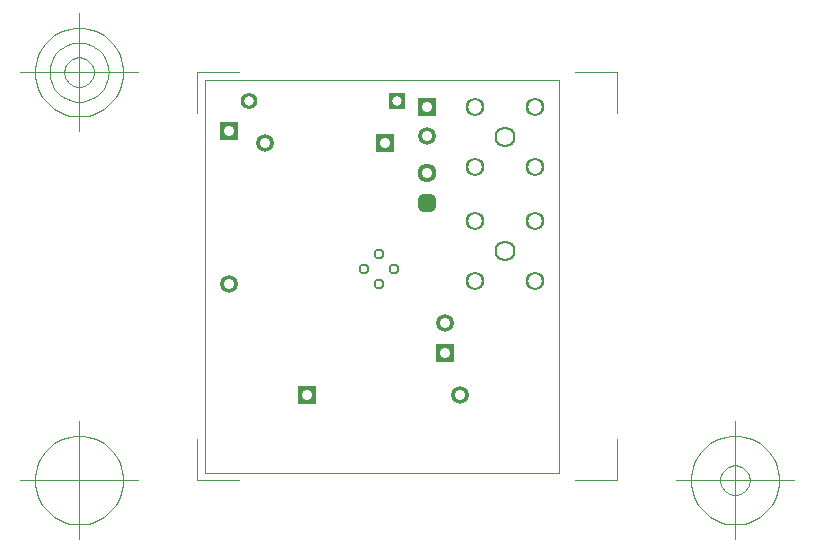
<source format=gbr>
G04 Generated by Ultiboard 10.0 *
%FSLAX25Y25*%
%MOIN*%

%ADD22C,0.00394*%
%ADD23C,0.00004*%
%ADD44C,0.06224X0.04724*%
%ADD45C,0.07012X0.05512*%
%ADD36C,0.05906X0.03543*%
%ADD37R,0.05906X0.05906X0.03543*%
%ADD35R,0.05512X0.05512X0.03150*%
%ADD34C,0.05512X0.03150*%
%ADD46C,0.03762X0.02362*%
%ADD38R,0.02083X0.02083X0.03917*%
%ADD18C,0.03917*%
%ADD29C,0.06334X0.03500*%


G04 ColorRGB FF00CC for the following layer *
%LNL_uc100f6tzinnmaske Oberseite*%
%LPD*%
%FSLAX25Y25*%
%MOIN*%
G54D22*
X-2500Y-2500D02*
X-2500Y11100D01*
X-2500Y-2500D02*
X11490Y-2500D01*
X137400Y-2500D02*
X123410Y-2500D01*
X137400Y-2500D02*
X137400Y11100D01*
X137400Y133500D02*
X137400Y119900D01*
X137400Y133500D02*
X123410Y133500D01*
X-2500Y133500D02*
X11490Y133500D01*
X-2500Y133500D02*
X-2500Y119900D01*
X-22185Y-2500D02*
X-61555Y-2500D01*
X-41870Y-22185D02*
X-41870Y17185D01*
X-27106Y-2500D02*
X-27177Y-1053D01*
X-27177Y-1053D02*
X-27390Y380D01*
X-27390Y380D02*
X-27742Y1786D01*
X-27742Y1786D02*
X-28230Y3150D01*
X-28230Y3150D02*
X-28850Y4460D01*
X-28850Y4460D02*
X-29594Y5702D01*
X-29594Y5702D02*
X-30458Y6866D01*
X-30458Y6866D02*
X-31431Y7940D01*
X-31431Y7940D02*
X-32504Y8913D01*
X-32504Y8913D02*
X-33668Y9776D01*
X-33668Y9776D02*
X-34910Y10520D01*
X-34910Y10520D02*
X-36220Y11140D01*
X-36220Y11140D02*
X-37584Y11628D01*
X-37584Y11628D02*
X-38990Y11980D01*
X-38990Y11980D02*
X-40423Y12193D01*
X-40423Y12193D02*
X-41870Y12264D01*
X-41870Y12264D02*
X-43317Y12193D01*
X-43317Y12193D02*
X-44750Y11980D01*
X-44750Y11980D02*
X-46156Y11628D01*
X-46156Y11628D02*
X-47520Y11140D01*
X-47520Y11140D02*
X-48830Y10520D01*
X-48830Y10520D02*
X-50072Y9776D01*
X-50072Y9776D02*
X-51236Y8913D01*
X-51236Y8913D02*
X-52310Y7940D01*
X-52310Y7940D02*
X-53283Y6866D01*
X-53283Y6866D02*
X-54146Y5702D01*
X-54146Y5702D02*
X-54891Y4460D01*
X-54891Y4460D02*
X-55510Y3150D01*
X-55510Y3150D02*
X-55998Y1786D01*
X-55998Y1786D02*
X-56350Y380D01*
X-56350Y380D02*
X-56563Y-1053D01*
X-56563Y-1053D02*
X-56634Y-2500D01*
X-56634Y-2500D02*
X-56563Y-3947D01*
X-56563Y-3947D02*
X-56350Y-5380D01*
X-56350Y-5380D02*
X-55998Y-6786D01*
X-55998Y-6786D02*
X-55510Y-8150D01*
X-55510Y-8150D02*
X-54891Y-9460D01*
X-54891Y-9460D02*
X-54146Y-10702D01*
X-54146Y-10702D02*
X-53283Y-11866D01*
X-53283Y-11866D02*
X-52310Y-12940D01*
X-52310Y-12940D02*
X-51236Y-13913D01*
X-51236Y-13913D02*
X-50072Y-14776D01*
X-50072Y-14776D02*
X-48830Y-15520D01*
X-48830Y-15520D02*
X-47520Y-16140D01*
X-47520Y-16140D02*
X-46156Y-16628D01*
X-46156Y-16628D02*
X-44750Y-16980D01*
X-44750Y-16980D02*
X-43317Y-17193D01*
X-43317Y-17193D02*
X-41870Y-17264D01*
X-41870Y-17264D02*
X-40423Y-17193D01*
X-40423Y-17193D02*
X-38990Y-16980D01*
X-38990Y-16980D02*
X-37584Y-16628D01*
X-37584Y-16628D02*
X-36220Y-16140D01*
X-36220Y-16140D02*
X-34910Y-15520D01*
X-34910Y-15520D02*
X-33668Y-14776D01*
X-33668Y-14776D02*
X-32504Y-13913D01*
X-32504Y-13913D02*
X-31431Y-12940D01*
X-31431Y-12940D02*
X-30458Y-11866D01*
X-30458Y-11866D02*
X-29594Y-10702D01*
X-29594Y-10702D02*
X-28850Y-9460D01*
X-28850Y-9460D02*
X-28230Y-8150D01*
X-28230Y-8150D02*
X-27742Y-6786D01*
X-27742Y-6786D02*
X-27390Y-5380D01*
X-27390Y-5380D02*
X-27177Y-3947D01*
X-27177Y-3947D02*
X-27106Y-2500D01*
X157085Y-2500D02*
X196455Y-2500D01*
X176770Y-22185D02*
X176770Y17185D01*
X191534Y-2500D02*
X191463Y-1053D01*
X191463Y-1053D02*
X191250Y380D01*
X191250Y380D02*
X190898Y1786D01*
X190898Y1786D02*
X190410Y3150D01*
X190410Y3150D02*
X189791Y4460D01*
X189791Y4460D02*
X189046Y5702D01*
X189046Y5702D02*
X188183Y6866D01*
X188183Y6866D02*
X187210Y7940D01*
X187210Y7940D02*
X186136Y8913D01*
X186136Y8913D02*
X184972Y9776D01*
X184972Y9776D02*
X183730Y10520D01*
X183730Y10520D02*
X182420Y11140D01*
X182420Y11140D02*
X181056Y11628D01*
X181056Y11628D02*
X179650Y11980D01*
X179650Y11980D02*
X178217Y12193D01*
X178217Y12193D02*
X176770Y12264D01*
X176770Y12264D02*
X175323Y12193D01*
X175323Y12193D02*
X173890Y11980D01*
X173890Y11980D02*
X172484Y11628D01*
X172484Y11628D02*
X171120Y11140D01*
X171120Y11140D02*
X169810Y10520D01*
X169810Y10520D02*
X168568Y9776D01*
X168568Y9776D02*
X167404Y8913D01*
X167404Y8913D02*
X166331Y7940D01*
X166331Y7940D02*
X165358Y6866D01*
X165358Y6866D02*
X164494Y5702D01*
X164494Y5702D02*
X163750Y4460D01*
X163750Y4460D02*
X163130Y3150D01*
X163130Y3150D02*
X162642Y1786D01*
X162642Y1786D02*
X162290Y380D01*
X162290Y380D02*
X162077Y-1053D01*
X162077Y-1053D02*
X162006Y-2500D01*
X162006Y-2500D02*
X162077Y-3947D01*
X162077Y-3947D02*
X162290Y-5380D01*
X162290Y-5380D02*
X162642Y-6786D01*
X162642Y-6786D02*
X163130Y-8150D01*
X163130Y-8150D02*
X163750Y-9460D01*
X163750Y-9460D02*
X164494Y-10702D01*
X164494Y-10702D02*
X165358Y-11866D01*
X165358Y-11866D02*
X166331Y-12940D01*
X166331Y-12940D02*
X167404Y-13913D01*
X167404Y-13913D02*
X168568Y-14776D01*
X168568Y-14776D02*
X169810Y-15520D01*
X169810Y-15520D02*
X171120Y-16140D01*
X171120Y-16140D02*
X172484Y-16628D01*
X172484Y-16628D02*
X173890Y-16980D01*
X173890Y-16980D02*
X175323Y-17193D01*
X175323Y-17193D02*
X176770Y-17264D01*
X176770Y-17264D02*
X178217Y-17193D01*
X178217Y-17193D02*
X179650Y-16980D01*
X179650Y-16980D02*
X181056Y-16628D01*
X181056Y-16628D02*
X182420Y-16140D01*
X182420Y-16140D02*
X183730Y-15520D01*
X183730Y-15520D02*
X184972Y-14776D01*
X184972Y-14776D02*
X186136Y-13913D01*
X186136Y-13913D02*
X187210Y-12940D01*
X187210Y-12940D02*
X188183Y-11866D01*
X188183Y-11866D02*
X189046Y-10702D01*
X189046Y-10702D02*
X189791Y-9460D01*
X189791Y-9460D02*
X190410Y-8150D01*
X190410Y-8150D02*
X190898Y-6786D01*
X190898Y-6786D02*
X191250Y-5380D01*
X191250Y-5380D02*
X191463Y-3947D01*
X191463Y-3947D02*
X191534Y-2500D01*
X181691Y-2500D02*
X181668Y-2018D01*
X181668Y-2018D02*
X181597Y-1540D01*
X181597Y-1540D02*
X181479Y-1071D01*
X181479Y-1071D02*
X181317Y-617D01*
X181317Y-617D02*
X181110Y-180D01*
X181110Y-180D02*
X180862Y234D01*
X180862Y234D02*
X180574Y622D01*
X180574Y622D02*
X180250Y980D01*
X180250Y980D02*
X179892Y1304D01*
X179892Y1304D02*
X179504Y1592D01*
X179504Y1592D02*
X179090Y1840D01*
X179090Y1840D02*
X178653Y2047D01*
X178653Y2047D02*
X178199Y2209D01*
X178199Y2209D02*
X177730Y2327D01*
X177730Y2327D02*
X177252Y2398D01*
X177252Y2398D02*
X176770Y2421D01*
X176770Y2421D02*
X176288Y2398D01*
X176288Y2398D02*
X175810Y2327D01*
X175810Y2327D02*
X175342Y2209D01*
X175342Y2209D02*
X174887Y2047D01*
X174887Y2047D02*
X174450Y1840D01*
X174450Y1840D02*
X174036Y1592D01*
X174036Y1592D02*
X173648Y1304D01*
X173648Y1304D02*
X173290Y980D01*
X173290Y980D02*
X172966Y622D01*
X172966Y622D02*
X172678Y234D01*
X172678Y234D02*
X172430Y-180D01*
X172430Y-180D02*
X172223Y-617D01*
X172223Y-617D02*
X172061Y-1071D01*
X172061Y-1071D02*
X171943Y-1540D01*
X171943Y-1540D02*
X171873Y-2018D01*
X171873Y-2018D02*
X171849Y-2500D01*
X171849Y-2500D02*
X171873Y-2982D01*
X171873Y-2982D02*
X171943Y-3460D01*
X171943Y-3460D02*
X172061Y-3929D01*
X172061Y-3929D02*
X172223Y-4383D01*
X172223Y-4383D02*
X172430Y-4820D01*
X172430Y-4820D02*
X172678Y-5234D01*
X172678Y-5234D02*
X172966Y-5622D01*
X172966Y-5622D02*
X173290Y-5980D01*
X173290Y-5980D02*
X173648Y-6304D01*
X173648Y-6304D02*
X174036Y-6592D01*
X174036Y-6592D02*
X174450Y-6840D01*
X174450Y-6840D02*
X174887Y-7047D01*
X174887Y-7047D02*
X175342Y-7209D01*
X175342Y-7209D02*
X175810Y-7327D01*
X175810Y-7327D02*
X176288Y-7398D01*
X176288Y-7398D02*
X176770Y-7421D01*
X176770Y-7421D02*
X177252Y-7398D01*
X177252Y-7398D02*
X177730Y-7327D01*
X177730Y-7327D02*
X178199Y-7209D01*
X178199Y-7209D02*
X178653Y-7047D01*
X178653Y-7047D02*
X179090Y-6840D01*
X179090Y-6840D02*
X179504Y-6592D01*
X179504Y-6592D02*
X179892Y-6304D01*
X179892Y-6304D02*
X180250Y-5980D01*
X180250Y-5980D02*
X180574Y-5622D01*
X180574Y-5622D02*
X180862Y-5234D01*
X180862Y-5234D02*
X181110Y-4820D01*
X181110Y-4820D02*
X181317Y-4383D01*
X181317Y-4383D02*
X181479Y-3929D01*
X181479Y-3929D02*
X181597Y-3460D01*
X181597Y-3460D02*
X181668Y-2982D01*
X181668Y-2982D02*
X181691Y-2500D01*
X-22185Y133500D02*
X-61555Y133500D01*
X-41870Y113815D02*
X-41870Y153185D01*
X-27106Y133500D02*
X-27177Y134947D01*
X-27177Y134947D02*
X-27390Y136380D01*
X-27390Y136380D02*
X-27742Y137786D01*
X-27742Y137786D02*
X-28230Y139150D01*
X-28230Y139150D02*
X-28850Y140460D01*
X-28850Y140460D02*
X-29594Y141702D01*
X-29594Y141702D02*
X-30458Y142866D01*
X-30458Y142866D02*
X-31431Y143940D01*
X-31431Y143940D02*
X-32504Y144913D01*
X-32504Y144913D02*
X-33668Y145776D01*
X-33668Y145776D02*
X-34910Y146520D01*
X-34910Y146520D02*
X-36220Y147140D01*
X-36220Y147140D02*
X-37584Y147628D01*
X-37584Y147628D02*
X-38990Y147980D01*
X-38990Y147980D02*
X-40423Y148193D01*
X-40423Y148193D02*
X-41870Y148264D01*
X-41870Y148264D02*
X-43317Y148193D01*
X-43317Y148193D02*
X-44750Y147980D01*
X-44750Y147980D02*
X-46156Y147628D01*
X-46156Y147628D02*
X-47520Y147140D01*
X-47520Y147140D02*
X-48830Y146520D01*
X-48830Y146520D02*
X-50072Y145776D01*
X-50072Y145776D02*
X-51236Y144913D01*
X-51236Y144913D02*
X-52310Y143940D01*
X-52310Y143940D02*
X-53283Y142866D01*
X-53283Y142866D02*
X-54146Y141702D01*
X-54146Y141702D02*
X-54891Y140460D01*
X-54891Y140460D02*
X-55510Y139150D01*
X-55510Y139150D02*
X-55998Y137786D01*
X-55998Y137786D02*
X-56350Y136380D01*
X-56350Y136380D02*
X-56563Y134947D01*
X-56563Y134947D02*
X-56634Y133500D01*
X-56634Y133500D02*
X-56563Y132053D01*
X-56563Y132053D02*
X-56350Y130620D01*
X-56350Y130620D02*
X-55998Y129214D01*
X-55998Y129214D02*
X-55510Y127850D01*
X-55510Y127850D02*
X-54891Y126540D01*
X-54891Y126540D02*
X-54146Y125298D01*
X-54146Y125298D02*
X-53283Y124134D01*
X-53283Y124134D02*
X-52310Y123060D01*
X-52310Y123060D02*
X-51236Y122087D01*
X-51236Y122087D02*
X-50072Y121224D01*
X-50072Y121224D02*
X-48830Y120480D01*
X-48830Y120480D02*
X-47520Y119860D01*
X-47520Y119860D02*
X-46156Y119372D01*
X-46156Y119372D02*
X-44750Y119020D01*
X-44750Y119020D02*
X-43317Y118807D01*
X-43317Y118807D02*
X-41870Y118736D01*
X-41870Y118736D02*
X-40423Y118807D01*
X-40423Y118807D02*
X-38990Y119020D01*
X-38990Y119020D02*
X-37584Y119372D01*
X-37584Y119372D02*
X-36220Y119860D01*
X-36220Y119860D02*
X-34910Y120480D01*
X-34910Y120480D02*
X-33668Y121224D01*
X-33668Y121224D02*
X-32504Y122087D01*
X-32504Y122087D02*
X-31431Y123060D01*
X-31431Y123060D02*
X-30458Y124134D01*
X-30458Y124134D02*
X-29594Y125298D01*
X-29594Y125298D02*
X-28850Y126540D01*
X-28850Y126540D02*
X-28230Y127850D01*
X-28230Y127850D02*
X-27742Y129214D01*
X-27742Y129214D02*
X-27390Y130620D01*
X-27390Y130620D02*
X-27177Y132053D01*
X-27177Y132053D02*
X-27106Y133500D01*
X-32028Y133500D02*
X-32075Y134465D01*
X-32075Y134465D02*
X-32217Y135420D01*
X-32217Y135420D02*
X-32451Y136357D01*
X-32451Y136357D02*
X-32777Y137267D01*
X-32777Y137267D02*
X-33190Y138140D01*
X-33190Y138140D02*
X-33686Y138968D01*
X-33686Y138968D02*
X-34262Y139744D01*
X-34262Y139744D02*
X-34910Y140460D01*
X-34910Y140460D02*
X-35626Y141108D01*
X-35626Y141108D02*
X-36402Y141684D01*
X-36402Y141684D02*
X-37230Y142180D01*
X-37230Y142180D02*
X-38104Y142593D01*
X-38104Y142593D02*
X-39013Y142919D01*
X-39013Y142919D02*
X-39950Y143153D01*
X-39950Y143153D02*
X-40905Y143295D01*
X-40905Y143295D02*
X-41870Y143343D01*
X-41870Y143343D02*
X-42835Y143295D01*
X-42835Y143295D02*
X-43790Y143153D01*
X-43790Y143153D02*
X-44727Y142919D01*
X-44727Y142919D02*
X-45637Y142593D01*
X-45637Y142593D02*
X-46510Y142180D01*
X-46510Y142180D02*
X-47338Y141684D01*
X-47338Y141684D02*
X-48114Y141108D01*
X-48114Y141108D02*
X-48830Y140460D01*
X-48830Y140460D02*
X-49478Y139744D01*
X-49478Y139744D02*
X-50054Y138968D01*
X-50054Y138968D02*
X-50550Y138140D01*
X-50550Y138140D02*
X-50963Y137267D01*
X-50963Y137267D02*
X-51289Y136357D01*
X-51289Y136357D02*
X-51523Y135420D01*
X-51523Y135420D02*
X-51665Y134465D01*
X-51665Y134465D02*
X-51713Y133500D01*
X-51713Y133500D02*
X-51665Y132535D01*
X-51665Y132535D02*
X-51523Y131580D01*
X-51523Y131580D02*
X-51289Y130643D01*
X-51289Y130643D02*
X-50963Y129733D01*
X-50963Y129733D02*
X-50550Y128860D01*
X-50550Y128860D02*
X-50054Y128032D01*
X-50054Y128032D02*
X-49478Y127256D01*
X-49478Y127256D02*
X-48830Y126540D01*
X-48830Y126540D02*
X-48114Y125892D01*
X-48114Y125892D02*
X-47338Y125316D01*
X-47338Y125316D02*
X-46510Y124820D01*
X-46510Y124820D02*
X-45637Y124407D01*
X-45637Y124407D02*
X-44727Y124081D01*
X-44727Y124081D02*
X-43790Y123847D01*
X-43790Y123847D02*
X-42835Y123705D01*
X-42835Y123705D02*
X-41870Y123657D01*
X-41870Y123657D02*
X-40905Y123705D01*
X-40905Y123705D02*
X-39950Y123847D01*
X-39950Y123847D02*
X-39013Y124081D01*
X-39013Y124081D02*
X-38104Y124407D01*
X-38104Y124407D02*
X-37230Y124820D01*
X-37230Y124820D02*
X-36402Y125316D01*
X-36402Y125316D02*
X-35626Y125892D01*
X-35626Y125892D02*
X-34910Y126540D01*
X-34910Y126540D02*
X-34262Y127256D01*
X-34262Y127256D02*
X-33686Y128032D01*
X-33686Y128032D02*
X-33190Y128860D01*
X-33190Y128860D02*
X-32777Y129733D01*
X-32777Y129733D02*
X-32451Y130643D01*
X-32451Y130643D02*
X-32217Y131580D01*
X-32217Y131580D02*
X-32075Y132535D01*
X-32075Y132535D02*
X-32028Y133500D01*
X-36949Y133500D02*
X-36973Y133982D01*
X-36973Y133982D02*
X-37043Y134460D01*
X-37043Y134460D02*
X-37161Y134929D01*
X-37161Y134929D02*
X-37323Y135383D01*
X-37323Y135383D02*
X-37530Y135820D01*
X-37530Y135820D02*
X-37778Y136234D01*
X-37778Y136234D02*
X-38066Y136622D01*
X-38066Y136622D02*
X-38390Y136980D01*
X-38390Y136980D02*
X-38748Y137304D01*
X-38748Y137304D02*
X-39136Y137592D01*
X-39136Y137592D02*
X-39550Y137840D01*
X-39550Y137840D02*
X-39987Y138047D01*
X-39987Y138047D02*
X-40442Y138209D01*
X-40442Y138209D02*
X-40910Y138327D01*
X-40910Y138327D02*
X-41388Y138398D01*
X-41388Y138398D02*
X-41870Y138421D01*
X-41870Y138421D02*
X-42352Y138398D01*
X-42352Y138398D02*
X-42830Y138327D01*
X-42830Y138327D02*
X-43299Y138209D01*
X-43299Y138209D02*
X-43753Y138047D01*
X-43753Y138047D02*
X-44190Y137840D01*
X-44190Y137840D02*
X-44604Y137592D01*
X-44604Y137592D02*
X-44992Y137304D01*
X-44992Y137304D02*
X-45350Y136980D01*
X-45350Y136980D02*
X-45674Y136622D01*
X-45674Y136622D02*
X-45962Y136234D01*
X-45962Y136234D02*
X-46210Y135820D01*
X-46210Y135820D02*
X-46417Y135383D01*
X-46417Y135383D02*
X-46579Y134929D01*
X-46579Y134929D02*
X-46697Y134460D01*
X-46697Y134460D02*
X-46768Y133982D01*
X-46768Y133982D02*
X-46791Y133500D01*
X-46791Y133500D02*
X-46768Y133018D01*
X-46768Y133018D02*
X-46697Y132540D01*
X-46697Y132540D02*
X-46579Y132071D01*
X-46579Y132071D02*
X-46417Y131617D01*
X-46417Y131617D02*
X-46210Y131180D01*
X-46210Y131180D02*
X-45962Y130766D01*
X-45962Y130766D02*
X-45674Y130378D01*
X-45674Y130378D02*
X-45350Y130020D01*
X-45350Y130020D02*
X-44992Y129696D01*
X-44992Y129696D02*
X-44604Y129408D01*
X-44604Y129408D02*
X-44190Y129160D01*
X-44190Y129160D02*
X-43753Y128953D01*
X-43753Y128953D02*
X-43299Y128791D01*
X-43299Y128791D02*
X-42830Y128673D01*
X-42830Y128673D02*
X-42352Y128602D01*
X-42352Y128602D02*
X-41870Y128579D01*
X-41870Y128579D02*
X-41388Y128602D01*
X-41388Y128602D02*
X-40910Y128673D01*
X-40910Y128673D02*
X-40442Y128791D01*
X-40442Y128791D02*
X-39987Y128953D01*
X-39987Y128953D02*
X-39550Y129160D01*
X-39550Y129160D02*
X-39136Y129408D01*
X-39136Y129408D02*
X-38748Y129696D01*
X-38748Y129696D02*
X-38390Y130020D01*
X-38390Y130020D02*
X-38066Y130378D01*
X-38066Y130378D02*
X-37778Y130766D01*
X-37778Y130766D02*
X-37530Y131180D01*
X-37530Y131180D02*
X-37323Y131617D01*
X-37323Y131617D02*
X-37161Y132071D01*
X-37161Y132071D02*
X-37043Y132540D01*
X-37043Y132540D02*
X-36973Y133018D01*
X-36973Y133018D02*
X-36949Y133500D01*
X-2500Y-2500D02*
X-2500Y11100D01*
X-2500Y-2500D02*
X11490Y-2500D01*
X137400Y-2500D02*
X123410Y-2500D01*
X137400Y-2500D02*
X137400Y11100D01*
X137400Y133500D02*
X137400Y119900D01*
X137400Y133500D02*
X123410Y133500D01*
X-2500Y133500D02*
X11490Y133500D01*
X-2500Y133500D02*
X-2500Y119900D01*
X-22185Y-2500D02*
X-61555Y-2500D01*
X-41870Y-22185D02*
X-41870Y17185D01*
X-27106Y-2500D02*
X-27177Y-1053D01*
X-27177Y-1053D02*
X-27390Y380D01*
X-27390Y380D02*
X-27742Y1786D01*
X-27742Y1786D02*
X-28230Y3150D01*
X-28230Y3150D02*
X-28850Y4460D01*
X-28850Y4460D02*
X-29594Y5702D01*
X-29594Y5702D02*
X-30458Y6866D01*
X-30458Y6866D02*
X-31431Y7940D01*
X-31431Y7940D02*
X-32504Y8913D01*
X-32504Y8913D02*
X-33668Y9776D01*
X-33668Y9776D02*
X-34910Y10520D01*
X-34910Y10520D02*
X-36220Y11140D01*
X-36220Y11140D02*
X-37584Y11628D01*
X-37584Y11628D02*
X-38990Y11980D01*
X-38990Y11980D02*
X-40423Y12193D01*
X-40423Y12193D02*
X-41870Y12264D01*
X-41870Y12264D02*
X-43317Y12193D01*
X-43317Y12193D02*
X-44750Y11980D01*
X-44750Y11980D02*
X-46156Y11628D01*
X-46156Y11628D02*
X-47520Y11140D01*
X-47520Y11140D02*
X-48830Y10520D01*
X-48830Y10520D02*
X-50072Y9776D01*
X-50072Y9776D02*
X-51236Y8913D01*
X-51236Y8913D02*
X-52310Y7940D01*
X-52310Y7940D02*
X-53283Y6866D01*
X-53283Y6866D02*
X-54146Y5702D01*
X-54146Y5702D02*
X-54891Y4460D01*
X-54891Y4460D02*
X-55510Y3150D01*
X-55510Y3150D02*
X-55998Y1786D01*
X-55998Y1786D02*
X-56350Y380D01*
X-56350Y380D02*
X-56563Y-1053D01*
X-56563Y-1053D02*
X-56634Y-2500D01*
X-56634Y-2500D02*
X-56563Y-3947D01*
X-56563Y-3947D02*
X-56350Y-5380D01*
X-56350Y-5380D02*
X-55998Y-6786D01*
X-55998Y-6786D02*
X-55510Y-8150D01*
X-55510Y-8150D02*
X-54891Y-9460D01*
X-54891Y-9460D02*
X-54146Y-10702D01*
X-54146Y-10702D02*
X-53283Y-11866D01*
X-53283Y-11866D02*
X-52310Y-12940D01*
X-52310Y-12940D02*
X-51236Y-13913D01*
X-51236Y-13913D02*
X-50072Y-14776D01*
X-50072Y-14776D02*
X-48830Y-15520D01*
X-48830Y-15520D02*
X-47520Y-16140D01*
X-47520Y-16140D02*
X-46156Y-16628D01*
X-46156Y-16628D02*
X-44750Y-16980D01*
X-44750Y-16980D02*
X-43317Y-17193D01*
X-43317Y-17193D02*
X-41870Y-17264D01*
X-41870Y-17264D02*
X-40423Y-17193D01*
X-40423Y-17193D02*
X-38990Y-16980D01*
X-38990Y-16980D02*
X-37584Y-16628D01*
X-37584Y-16628D02*
X-36220Y-16140D01*
X-36220Y-16140D02*
X-34910Y-15520D01*
X-34910Y-15520D02*
X-33668Y-14776D01*
X-33668Y-14776D02*
X-32504Y-13913D01*
X-32504Y-13913D02*
X-31431Y-12940D01*
X-31431Y-12940D02*
X-30458Y-11866D01*
X-30458Y-11866D02*
X-29594Y-10702D01*
X-29594Y-10702D02*
X-28850Y-9460D01*
X-28850Y-9460D02*
X-28230Y-8150D01*
X-28230Y-8150D02*
X-27742Y-6786D01*
X-27742Y-6786D02*
X-27390Y-5380D01*
X-27390Y-5380D02*
X-27177Y-3947D01*
X-27177Y-3947D02*
X-27106Y-2500D01*
X157085Y-2500D02*
X196455Y-2500D01*
X176770Y-22185D02*
X176770Y17185D01*
X191534Y-2500D02*
X191463Y-1053D01*
X191463Y-1053D02*
X191250Y380D01*
X191250Y380D02*
X190898Y1786D01*
X190898Y1786D02*
X190410Y3150D01*
X190410Y3150D02*
X189791Y4460D01*
X189791Y4460D02*
X189046Y5702D01*
X189046Y5702D02*
X188183Y6866D01*
X188183Y6866D02*
X187210Y7940D01*
X187210Y7940D02*
X186136Y8913D01*
X186136Y8913D02*
X184972Y9776D01*
X184972Y9776D02*
X183730Y10520D01*
X183730Y10520D02*
X182420Y11140D01*
X182420Y11140D02*
X181056Y11628D01*
X181056Y11628D02*
X179650Y11980D01*
X179650Y11980D02*
X178217Y12193D01*
X178217Y12193D02*
X176770Y12264D01*
X176770Y12264D02*
X175323Y12193D01*
X175323Y12193D02*
X173890Y11980D01*
X173890Y11980D02*
X172484Y11628D01*
X172484Y11628D02*
X171120Y11140D01*
X171120Y11140D02*
X169810Y10520D01*
X169810Y10520D02*
X168568Y9776D01*
X168568Y9776D02*
X167404Y8913D01*
X167404Y8913D02*
X166331Y7940D01*
X166331Y7940D02*
X165358Y6866D01*
X165358Y6866D02*
X164494Y5702D01*
X164494Y5702D02*
X163750Y4460D01*
X163750Y4460D02*
X163130Y3150D01*
X163130Y3150D02*
X162642Y1786D01*
X162642Y1786D02*
X162290Y380D01*
X162290Y380D02*
X162077Y-1053D01*
X162077Y-1053D02*
X162006Y-2500D01*
X162006Y-2500D02*
X162077Y-3947D01*
X162077Y-3947D02*
X162290Y-5380D01*
X162290Y-5380D02*
X162642Y-6786D01*
X162642Y-6786D02*
X163130Y-8150D01*
X163130Y-8150D02*
X163750Y-9460D01*
X163750Y-9460D02*
X164494Y-10702D01*
X164494Y-10702D02*
X165358Y-11866D01*
X165358Y-11866D02*
X166331Y-12940D01*
X166331Y-12940D02*
X167404Y-13913D01*
X167404Y-13913D02*
X168568Y-14776D01*
X168568Y-14776D02*
X169810Y-15520D01*
X169810Y-15520D02*
X171120Y-16140D01*
X171120Y-16140D02*
X172484Y-16628D01*
X172484Y-16628D02*
X173890Y-16980D01*
X173890Y-16980D02*
X175323Y-17193D01*
X175323Y-17193D02*
X176770Y-17264D01*
X176770Y-17264D02*
X178217Y-17193D01*
X178217Y-17193D02*
X179650Y-16980D01*
X179650Y-16980D02*
X181056Y-16628D01*
X181056Y-16628D02*
X182420Y-16140D01*
X182420Y-16140D02*
X183730Y-15520D01*
X183730Y-15520D02*
X184972Y-14776D01*
X184972Y-14776D02*
X186136Y-13913D01*
X186136Y-13913D02*
X187210Y-12940D01*
X187210Y-12940D02*
X188183Y-11866D01*
X188183Y-11866D02*
X189046Y-10702D01*
X189046Y-10702D02*
X189791Y-9460D01*
X189791Y-9460D02*
X190410Y-8150D01*
X190410Y-8150D02*
X190898Y-6786D01*
X190898Y-6786D02*
X191250Y-5380D01*
X191250Y-5380D02*
X191463Y-3947D01*
X191463Y-3947D02*
X191534Y-2500D01*
X181691Y-2500D02*
X181668Y-2018D01*
X181668Y-2018D02*
X181597Y-1540D01*
X181597Y-1540D02*
X181479Y-1071D01*
X181479Y-1071D02*
X181317Y-617D01*
X181317Y-617D02*
X181110Y-180D01*
X181110Y-180D02*
X180862Y234D01*
X180862Y234D02*
X180574Y622D01*
X180574Y622D02*
X180250Y980D01*
X180250Y980D02*
X179892Y1304D01*
X179892Y1304D02*
X179504Y1592D01*
X179504Y1592D02*
X179090Y1840D01*
X179090Y1840D02*
X178653Y2047D01*
X178653Y2047D02*
X178199Y2209D01*
X178199Y2209D02*
X177730Y2327D01*
X177730Y2327D02*
X177252Y2398D01*
X177252Y2398D02*
X176770Y2421D01*
X176770Y2421D02*
X176288Y2398D01*
X176288Y2398D02*
X175810Y2327D01*
X175810Y2327D02*
X175342Y2209D01*
X175342Y2209D02*
X174887Y2047D01*
X174887Y2047D02*
X174450Y1840D01*
X174450Y1840D02*
X174036Y1592D01*
X174036Y1592D02*
X173648Y1304D01*
X173648Y1304D02*
X173290Y980D01*
X173290Y980D02*
X172966Y622D01*
X172966Y622D02*
X172678Y234D01*
X172678Y234D02*
X172430Y-180D01*
X172430Y-180D02*
X172223Y-617D01*
X172223Y-617D02*
X172061Y-1071D01*
X172061Y-1071D02*
X171943Y-1540D01*
X171943Y-1540D02*
X171873Y-2018D01*
X171873Y-2018D02*
X171849Y-2500D01*
X171849Y-2500D02*
X171873Y-2982D01*
X171873Y-2982D02*
X171943Y-3460D01*
X171943Y-3460D02*
X172061Y-3929D01*
X172061Y-3929D02*
X172223Y-4383D01*
X172223Y-4383D02*
X172430Y-4820D01*
X172430Y-4820D02*
X172678Y-5234D01*
X172678Y-5234D02*
X172966Y-5622D01*
X172966Y-5622D02*
X173290Y-5980D01*
X173290Y-5980D02*
X173648Y-6304D01*
X173648Y-6304D02*
X174036Y-6592D01*
X174036Y-6592D02*
X174450Y-6840D01*
X174450Y-6840D02*
X174887Y-7047D01*
X174887Y-7047D02*
X175342Y-7209D01*
X175342Y-7209D02*
X175810Y-7327D01*
X175810Y-7327D02*
X176288Y-7398D01*
X176288Y-7398D02*
X176770Y-7421D01*
X176770Y-7421D02*
X177252Y-7398D01*
X177252Y-7398D02*
X177730Y-7327D01*
X177730Y-7327D02*
X178199Y-7209D01*
X178199Y-7209D02*
X178653Y-7047D01*
X178653Y-7047D02*
X179090Y-6840D01*
X179090Y-6840D02*
X179504Y-6592D01*
X179504Y-6592D02*
X179892Y-6304D01*
X179892Y-6304D02*
X180250Y-5980D01*
X180250Y-5980D02*
X180574Y-5622D01*
X180574Y-5622D02*
X180862Y-5234D01*
X180862Y-5234D02*
X181110Y-4820D01*
X181110Y-4820D02*
X181317Y-4383D01*
X181317Y-4383D02*
X181479Y-3929D01*
X181479Y-3929D02*
X181597Y-3460D01*
X181597Y-3460D02*
X181668Y-2982D01*
X181668Y-2982D02*
X181691Y-2500D01*
X-22185Y133500D02*
X-61555Y133500D01*
X-41870Y113815D02*
X-41870Y153185D01*
X-27106Y133500D02*
X-27177Y134947D01*
X-27177Y134947D02*
X-27390Y136380D01*
X-27390Y136380D02*
X-27742Y137786D01*
X-27742Y137786D02*
X-28230Y139150D01*
X-28230Y139150D02*
X-28850Y140460D01*
X-28850Y140460D02*
X-29594Y141702D01*
X-29594Y141702D02*
X-30458Y142866D01*
X-30458Y142866D02*
X-31431Y143940D01*
X-31431Y143940D02*
X-32504Y144913D01*
X-32504Y144913D02*
X-33668Y145776D01*
X-33668Y145776D02*
X-34910Y146520D01*
X-34910Y146520D02*
X-36220Y147140D01*
X-36220Y147140D02*
X-37584Y147628D01*
X-37584Y147628D02*
X-38990Y147980D01*
X-38990Y147980D02*
X-40423Y148193D01*
X-40423Y148193D02*
X-41870Y148264D01*
X-41870Y148264D02*
X-43317Y148193D01*
X-43317Y148193D02*
X-44750Y147980D01*
X-44750Y147980D02*
X-46156Y147628D01*
X-46156Y147628D02*
X-47520Y147140D01*
X-47520Y147140D02*
X-48830Y146520D01*
X-48830Y146520D02*
X-50072Y145776D01*
X-50072Y145776D02*
X-51236Y144913D01*
X-51236Y144913D02*
X-52310Y143940D01*
X-52310Y143940D02*
X-53283Y142866D01*
X-53283Y142866D02*
X-54146Y141702D01*
X-54146Y141702D02*
X-54891Y140460D01*
X-54891Y140460D02*
X-55510Y139150D01*
X-55510Y139150D02*
X-55998Y137786D01*
X-55998Y137786D02*
X-56350Y136380D01*
X-56350Y136380D02*
X-56563Y134947D01*
X-56563Y134947D02*
X-56634Y133500D01*
X-56634Y133500D02*
X-56563Y132053D01*
X-56563Y132053D02*
X-56350Y130620D01*
X-56350Y130620D02*
X-55998Y129214D01*
X-55998Y129214D02*
X-55510Y127850D01*
X-55510Y127850D02*
X-54891Y126540D01*
X-54891Y126540D02*
X-54146Y125298D01*
X-54146Y125298D02*
X-53283Y124134D01*
X-53283Y124134D02*
X-52310Y123060D01*
X-52310Y123060D02*
X-51236Y122087D01*
X-51236Y122087D02*
X-50072Y121224D01*
X-50072Y121224D02*
X-48830Y120480D01*
X-48830Y120480D02*
X-47520Y119860D01*
X-47520Y119860D02*
X-46156Y119372D01*
X-46156Y119372D02*
X-44750Y119020D01*
X-44750Y119020D02*
X-43317Y118807D01*
X-43317Y118807D02*
X-41870Y118736D01*
X-41870Y118736D02*
X-40423Y118807D01*
X-40423Y118807D02*
X-38990Y119020D01*
X-38990Y119020D02*
X-37584Y119372D01*
X-37584Y119372D02*
X-36220Y119860D01*
X-36220Y119860D02*
X-34910Y120480D01*
X-34910Y120480D02*
X-33668Y121224D01*
X-33668Y121224D02*
X-32504Y122087D01*
X-32504Y122087D02*
X-31431Y123060D01*
X-31431Y123060D02*
X-30458Y124134D01*
X-30458Y124134D02*
X-29594Y125298D01*
X-29594Y125298D02*
X-28850Y126540D01*
X-28850Y126540D02*
X-28230Y127850D01*
X-28230Y127850D02*
X-27742Y129214D01*
X-27742Y129214D02*
X-27390Y130620D01*
X-27390Y130620D02*
X-27177Y132053D01*
X-27177Y132053D02*
X-27106Y133500D01*
X-32028Y133500D02*
X-32075Y134465D01*
X-32075Y134465D02*
X-32217Y135420D01*
X-32217Y135420D02*
X-32451Y136357D01*
X-32451Y136357D02*
X-32777Y137267D01*
X-32777Y137267D02*
X-33190Y138140D01*
X-33190Y138140D02*
X-33686Y138968D01*
X-33686Y138968D02*
X-34262Y139744D01*
X-34262Y139744D02*
X-34910Y140460D01*
X-34910Y140460D02*
X-35626Y141108D01*
X-35626Y141108D02*
X-36402Y141684D01*
X-36402Y141684D02*
X-37230Y142180D01*
X-37230Y142180D02*
X-38104Y142593D01*
X-38104Y142593D02*
X-39013Y142919D01*
X-39013Y142919D02*
X-39950Y143153D01*
X-39950Y143153D02*
X-40905Y143295D01*
X-40905Y143295D02*
X-41870Y143343D01*
X-41870Y143343D02*
X-42835Y143295D01*
X-42835Y143295D02*
X-43790Y143153D01*
X-43790Y143153D02*
X-44727Y142919D01*
X-44727Y142919D02*
X-45637Y142593D01*
X-45637Y142593D02*
X-46510Y142180D01*
X-46510Y142180D02*
X-47338Y141684D01*
X-47338Y141684D02*
X-48114Y141108D01*
X-48114Y141108D02*
X-48830Y140460D01*
X-48830Y140460D02*
X-49478Y139744D01*
X-49478Y139744D02*
X-50054Y138968D01*
X-50054Y138968D02*
X-50550Y138140D01*
X-50550Y138140D02*
X-50963Y137267D01*
X-50963Y137267D02*
X-51289Y136357D01*
X-51289Y136357D02*
X-51523Y135420D01*
X-51523Y135420D02*
X-51665Y134465D01*
X-51665Y134465D02*
X-51713Y133500D01*
X-51713Y133500D02*
X-51665Y132535D01*
X-51665Y132535D02*
X-51523Y131580D01*
X-51523Y131580D02*
X-51289Y130643D01*
X-51289Y130643D02*
X-50963Y129733D01*
X-50963Y129733D02*
X-50550Y128860D01*
X-50550Y128860D02*
X-50054Y128032D01*
X-50054Y128032D02*
X-49478Y127256D01*
X-49478Y127256D02*
X-48830Y126540D01*
X-48830Y126540D02*
X-48114Y125892D01*
X-48114Y125892D02*
X-47338Y125316D01*
X-47338Y125316D02*
X-46510Y124820D01*
X-46510Y124820D02*
X-45637Y124407D01*
X-45637Y124407D02*
X-44727Y124081D01*
X-44727Y124081D02*
X-43790Y123847D01*
X-43790Y123847D02*
X-42835Y123705D01*
X-42835Y123705D02*
X-41870Y123657D01*
X-41870Y123657D02*
X-40905Y123705D01*
X-40905Y123705D02*
X-39950Y123847D01*
X-39950Y123847D02*
X-39013Y124081D01*
X-39013Y124081D02*
X-38104Y124407D01*
X-38104Y124407D02*
X-37230Y124820D01*
X-37230Y124820D02*
X-36402Y125316D01*
X-36402Y125316D02*
X-35626Y125892D01*
X-35626Y125892D02*
X-34910Y126540D01*
X-34910Y126540D02*
X-34262Y127256D01*
X-34262Y127256D02*
X-33686Y128032D01*
X-33686Y128032D02*
X-33190Y128860D01*
X-33190Y128860D02*
X-32777Y129733D01*
X-32777Y129733D02*
X-32451Y130643D01*
X-32451Y130643D02*
X-32217Y131580D01*
X-32217Y131580D02*
X-32075Y132535D01*
X-32075Y132535D02*
X-32028Y133500D01*
X-36949Y133500D02*
X-36973Y133982D01*
X-36973Y133982D02*
X-37043Y134460D01*
X-37043Y134460D02*
X-37161Y134929D01*
X-37161Y134929D02*
X-37323Y135383D01*
X-37323Y135383D02*
X-37530Y135820D01*
X-37530Y135820D02*
X-37778Y136234D01*
X-37778Y136234D02*
X-38066Y136622D01*
X-38066Y136622D02*
X-38390Y136980D01*
X-38390Y136980D02*
X-38748Y137304D01*
X-38748Y137304D02*
X-39136Y137592D01*
X-39136Y137592D02*
X-39550Y137840D01*
X-39550Y137840D02*
X-39987Y138047D01*
X-39987Y138047D02*
X-40442Y138209D01*
X-40442Y138209D02*
X-40910Y138327D01*
X-40910Y138327D02*
X-41388Y138398D01*
X-41388Y138398D02*
X-41870Y138421D01*
X-41870Y138421D02*
X-42352Y138398D01*
X-42352Y138398D02*
X-42830Y138327D01*
X-42830Y138327D02*
X-43299Y138209D01*
X-43299Y138209D02*
X-43753Y138047D01*
X-43753Y138047D02*
X-44190Y137840D01*
X-44190Y137840D02*
X-44604Y137592D01*
X-44604Y137592D02*
X-44992Y137304D01*
X-44992Y137304D02*
X-45350Y136980D01*
X-45350Y136980D02*
X-45674Y136622D01*
X-45674Y136622D02*
X-45962Y136234D01*
X-45962Y136234D02*
X-46210Y135820D01*
X-46210Y135820D02*
X-46417Y135383D01*
X-46417Y135383D02*
X-46579Y134929D01*
X-46579Y134929D02*
X-46697Y134460D01*
X-46697Y134460D02*
X-46768Y133982D01*
X-46768Y133982D02*
X-46791Y133500D01*
X-46791Y133500D02*
X-46768Y133018D01*
X-46768Y133018D02*
X-46697Y132540D01*
X-46697Y132540D02*
X-46579Y132071D01*
X-46579Y132071D02*
X-46417Y131617D01*
X-46417Y131617D02*
X-46210Y131180D01*
X-46210Y131180D02*
X-45962Y130766D01*
X-45962Y130766D02*
X-45674Y130378D01*
X-45674Y130378D02*
X-45350Y130020D01*
X-45350Y130020D02*
X-44992Y129696D01*
X-44992Y129696D02*
X-44604Y129408D01*
X-44604Y129408D02*
X-44190Y129160D01*
X-44190Y129160D02*
X-43753Y128953D01*
X-43753Y128953D02*
X-43299Y128791D01*
X-43299Y128791D02*
X-42830Y128673D01*
X-42830Y128673D02*
X-42352Y128602D01*
X-42352Y128602D02*
X-41870Y128579D01*
X-41870Y128579D02*
X-41388Y128602D01*
X-41388Y128602D02*
X-40910Y128673D01*
X-40910Y128673D02*
X-40442Y128791D01*
X-40442Y128791D02*
X-39987Y128953D01*
X-39987Y128953D02*
X-39550Y129160D01*
X-39550Y129160D02*
X-39136Y129408D01*
X-39136Y129408D02*
X-38748Y129696D01*
X-38748Y129696D02*
X-38390Y130020D01*
X-38390Y130020D02*
X-38066Y130378D01*
X-38066Y130378D02*
X-37778Y130766D01*
X-37778Y130766D02*
X-37530Y131180D01*
X-37530Y131180D02*
X-37323Y131617D01*
X-37323Y131617D02*
X-37161Y132071D01*
X-37161Y132071D02*
X-37043Y132540D01*
X-37043Y132540D02*
X-36973Y133018D01*
X-36973Y133018D02*
X-36949Y133500D01*
G54D23*
X0Y0D02*
X118000Y0D01*
X118000Y0D02*
X118000Y131000D01*
X118000Y131000D02*
X0Y131000D01*
X0Y131000D02*
X0Y0D01*
G54D44*
X90000Y122000D03*
X110000Y122000D03*
X90000Y102000D03*
X110000Y102000D03*
X90000Y64000D03*
X110000Y64000D03*
X90000Y84000D03*
X110000Y84000D03*
G54D45*
X100000Y112000D03*
X100000Y74000D03*
G54D36*
X74000Y112157D03*
X85181Y26000D03*
X20000Y110000D03*
X8000Y62819D03*
X80000Y49843D03*
G54D37*
X74000Y122000D03*
X34000Y26000D03*
X60000Y110000D03*
X8000Y114000D03*
X80000Y40000D03*
G54D35*
X64000Y124000D03*
G54D34*
X14787Y124000D03*
G54D46*
X63000Y68000D03*
X58000Y63000D03*
X58000Y73000D03*
X53000Y68000D03*
G54D38*
X74000Y90000D03*
G54D18*
X72959Y88959D02*
X75041Y88959D01*
X75041Y91041D01*
X72959Y91041D01*
X72959Y88959D01*D02*
G54D29*
X74000Y100000D03*

M00*

</source>
